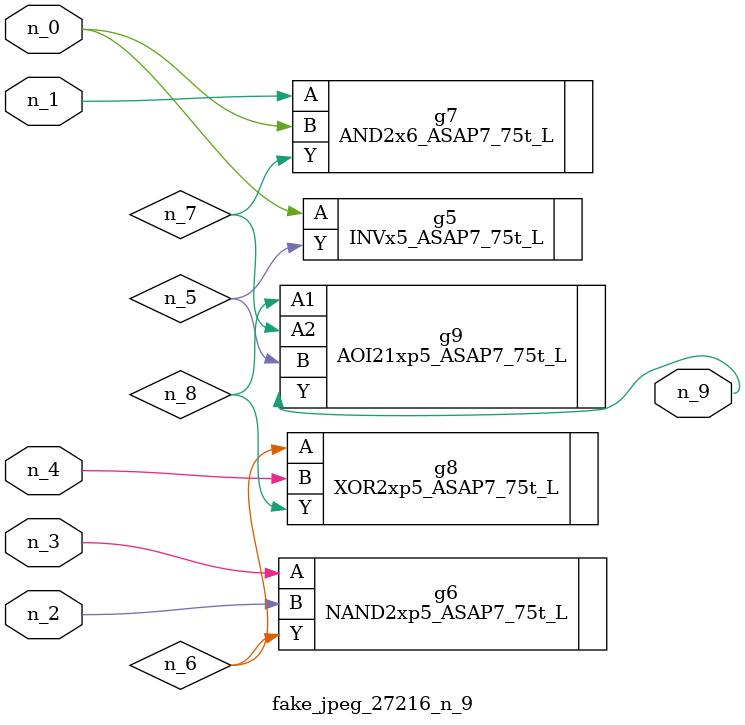
<source format=v>
module fake_jpeg_27216_n_9 (n_3, n_2, n_1, n_0, n_4, n_9);

input n_3;
input n_2;
input n_1;
input n_0;
input n_4;

output n_9;

wire n_8;
wire n_6;
wire n_5;
wire n_7;

INVx5_ASAP7_75t_L g5 ( 
.A(n_0),
.Y(n_5)
);

NAND2xp5_ASAP7_75t_L g6 ( 
.A(n_3),
.B(n_2),
.Y(n_6)
);

AND2x6_ASAP7_75t_L g7 ( 
.A(n_1),
.B(n_0),
.Y(n_7)
);

XOR2xp5_ASAP7_75t_L g8 ( 
.A(n_6),
.B(n_4),
.Y(n_8)
);

AOI21xp5_ASAP7_75t_L g9 ( 
.A1(n_8),
.A2(n_7),
.B(n_5),
.Y(n_9)
);


endmodule
</source>
